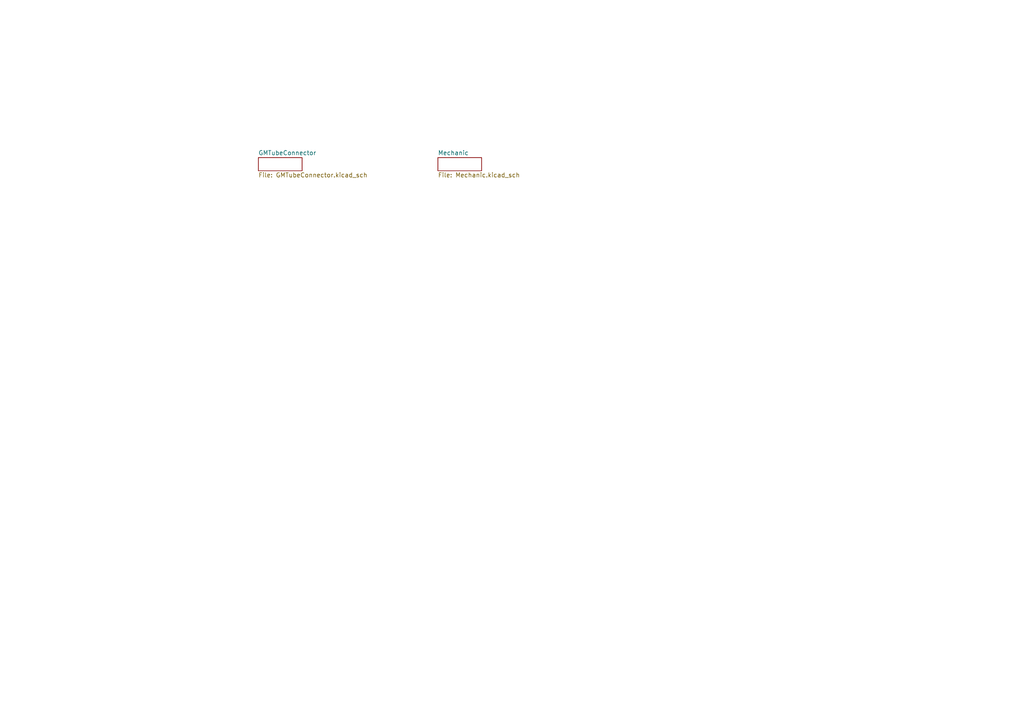
<source format=kicad_sch>
(kicad_sch (version 20210621) (generator eeschema)
  (paper "A4")
  (lib_symbols)
  (sheet (at 74.93 45.72) (size 12.7 3.81)
    (property "Sheet name" "GMTubeConnector" (at 74.93 45.0845 0) (effects (justify left bottom)))
    (property "Sheet file" "GMTubeConnector.kicad_sch" (at 74.93 50.0385 0) (effects (justify left top)))
  )
  (sheet (at 127 45.72) (size 12.7 3.81)
    (property "Sheet name" "Mechanic" (at 127 45.0845 0) (effects (justify left bottom)))
    (property "Sheet file" "Mechanic.kicad_sch" (at 127 50.0385 0) (effects (justify left top)))
  )
)
</source>
